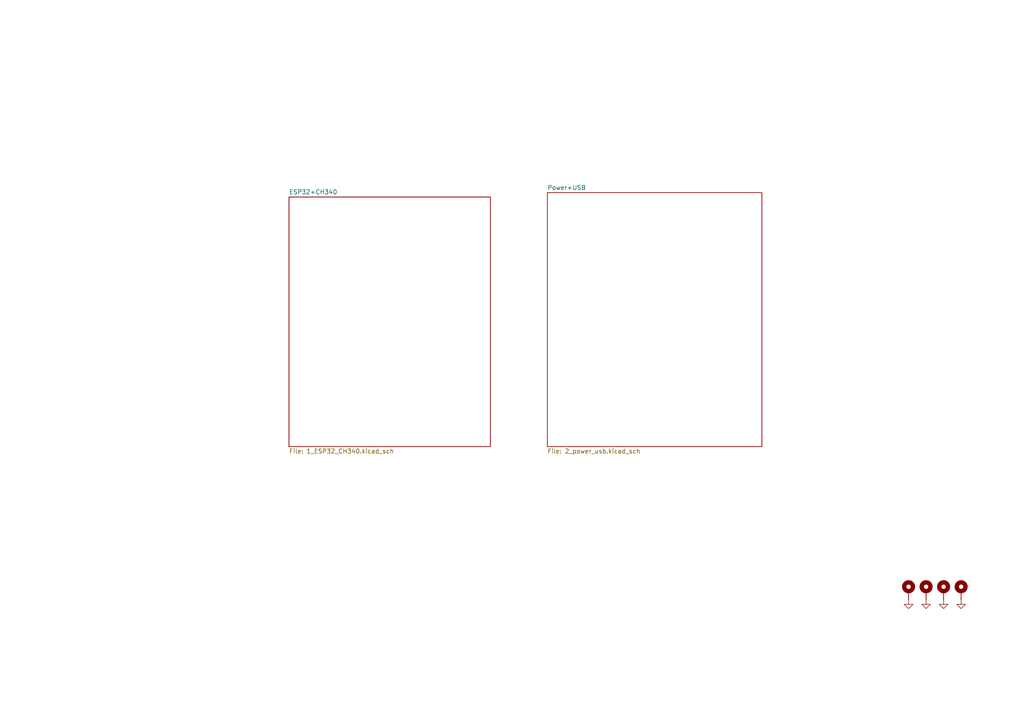
<source format=kicad_sch>
(kicad_sch (version 20230121) (generator eeschema)
  (paper "A4")
  (title_block (title "LuminX WLED") (date "2023-03-27") (rev "1.0") (company "Michael Gross") (comment 1 "General purpose WLED Controller Board"))
  (lib_symbols
    (symbol "Mechanical:MountingHole_Pad" (pin_numbers hide) (pin_names (offset 1.016) hide)
      (property "Reference" "H" (at 0 6.35 0))
      (property "Value" "MountingHole_Pad" (at 0 4.445 0))
      (symbol "MountingHole_Pad_0_1"
        (circle (center 0 1.27) (radius 1.27) (stroke (width 1.27)))
      )
      (symbol "MountingHole_Pad_1_1"
        (pin input line (at 0 -2.54 90) (length 2.54) (name "1") (number "1"))
      )
    )
    (symbol "power:GND" (power) (pin_names (offset 0))
      (property "Value" "GND" (at 0 -3.81 0))
      (symbol "GND_0_1"
        (polyline (pts (xy 0 0) (xy 0 -1.27) (xy 1.27 -1.27) (xy 0 -2.54) (xy -1.27 -1.27) (xy 0 -1.27)))
      )
      (symbol "GND_1_1"
        (pin power_in line (at 0 0 270) (length 0) hide (name "GND") (number "1"))
      )
    )
  )
  (symbol (lib_id "Mechanical:MountingHole_Pad") (at 273.685 171.45 0) (unit 1)
    (property "Reference" "H1" (effects hide))
    (property "Value" "MountingHole" (effects hide))
    (property "Footprint" "MountingHole:MountingHole_3.2mm_M3_Pad_Via" (effects hide))
  )
  (symbol (lib_id "power:GND") (at 278.765 173.99 0) (unit 1)
    (property "Reference" "#PWR057" (effects hide))
    (property "Value" "GND" (effects hide))
  )
  (symbol (lib_id "Mechanical:MountingHole_Pad") (at 268.605 171.45 0) (unit 1)
    (property "Reference" "H4" (effects hide))
    (property "Value" "MountingHole" (effects hide))
    (property "Footprint" "MountingHole:MountingHole_3.2mm_M3_Pad_Via" (effects hide))
  )
  (symbol (lib_id "Mechanical:MountingHole_Pad") (at 278.765 171.45 0) (unit 1)
    (property "Reference" "H3" (effects hide))
    (property "Value" "MountingHole" (effects hide))
    (property "Footprint" "MountingHole:MountingHole_3.2mm_M3_Pad_Via" (effects hide))
  )
  (symbol (lib_id "power:GND") (at 273.685 173.99 0) (unit 1)
    (property "Reference" "#PWR056" (effects hide))
    (property "Value" "GND" (effects hide))
  )
  (symbol (lib_id "power:GND") (at 263.525 173.99 0) (unit 1)
    (property "Reference" "#PWR054" (effects hide))
    (property "Value" "GND" (effects hide))
  )
  (symbol (lib_id "power:GND") (at 268.605 173.99 0) (unit 1)
    (property "Reference" "#PWR055" (effects hide))
    (property "Value" "GND" (effects hide))
  )
  (symbol (lib_id "Mechanical:MountingHole_Pad") (at 263.525 171.45 0) (unit 1)
    (property "Reference" "H2" (effects hide))
    (property "Value" "MountingHole" (effects hide))
    (property "Footprint" "MountingHole:MountingHole_3.2mm_M3_Pad_Via" (effects hide))
  )
  (sheet (at 158.75 55.88) (size 62.23 73.66) (stroke (width 0.1524))
    (property "Sheetname" "Power+USB" (at 158.75 55.1684 0) (effects (justify left bottom)))
    (property "Sheetfile" "2_power_usb.kicad_sch" (at 158.75 130.1246 0) (effects (justify left top)))
  )
  (sheet (at 83.82 57.15) (size 58.42 72.39) (stroke (width 0.1524))
    (property "Sheetname" "ESP32+CH340" (at 83.82 56.4384 0) (effects (justify left bottom)))
    (property "Sheetfile" "1_ESP32_CH340.kicad_sch" (at 83.82 130.1246 0) (effects (justify left top)))
  )
)
</source>
